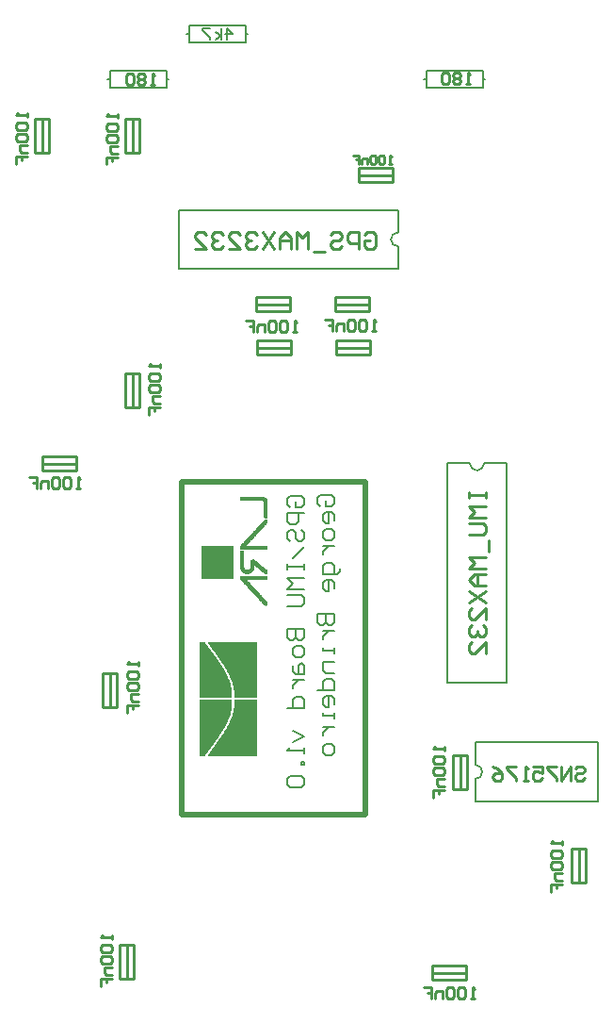
<source format=gbo>
%FSAX24Y24*%
%MOIN*%
G70*
G01*
G75*
G04 Layer_Color=32896*
%ADD10C,0.0120*%
%ADD11C,0.0100*%
%ADD12C,0.0150*%
%ADD13C,0.0591*%
%ADD14R,0.0591X0.0591*%
%ADD15C,0.0551*%
%ADD16C,0.0492*%
%ADD17R,0.0492X0.0492*%
%ADD18R,0.0591X0.0591*%
%ADD19C,0.0591*%
%ADD20R,0.0492X0.0492*%
%ADD21C,0.0669*%
%ADD22R,0.0669X0.0669*%
%ADD23R,0.0591X0.0591*%
%ADD24C,0.2500*%
%ADD25R,0.0591X0.0591*%
%ADD26C,0.1378*%
%ADD27C,0.1575*%
%ADD28R,0.0630X0.0630*%
%ADD29C,0.0630*%
%ADD30C,0.0500*%
%ADD31C,0.0079*%
%ADD32C,0.0400*%
%ADD33C,0.0098*%
%ADD34C,0.0197*%
%ADD35C,0.0080*%
%ADD36C,0.0050*%
%ADD37C,0.0059*%
%ADD38C,0.0010*%
D11*
X053150Y083000D02*
X053400D01*
X053150D02*
Y084200D01*
X053650D01*
Y083000D02*
Y084200D01*
X053400Y083000D02*
X053650D01*
X053400Y083300D02*
Y084200D01*
Y083000D02*
Y083900D01*
X050200Y072000D02*
Y072250D01*
X051400D01*
Y071750D02*
Y072250D01*
X050200Y071750D02*
X051400D01*
X050200D02*
Y072000D01*
X050500D02*
X051400D01*
X050200D02*
X051100D01*
X060877Y077624D02*
X061777D01*
X060577D02*
X061477D01*
X061777D02*
Y077874D01*
X060577D02*
X061777D01*
X060577Y077374D02*
Y077874D01*
Y077374D02*
X061777D01*
Y077624D01*
X058077D02*
X058977D01*
X057777D02*
X058677D01*
X058977D02*
Y077874D01*
X057777D02*
X058977D01*
X057777Y077374D02*
Y077874D01*
Y077374D02*
X058977D01*
Y077624D01*
X060900Y076100D02*
X061800D01*
X060600D02*
X061500D01*
X061800D02*
Y076350D01*
X060600D02*
X061800D01*
X060600Y075850D02*
Y076350D01*
Y075850D02*
X061800D01*
Y076100D01*
X057800D02*
X058700D01*
X058100D02*
X059000D01*
X057800Y075850D02*
Y076100D01*
Y075850D02*
X059000D01*
Y076350D01*
X057800D02*
X059000D01*
X057800Y076100D02*
Y076350D01*
X064300Y054000D02*
X065200D01*
X064000D02*
X064900D01*
X065200D02*
Y054250D01*
X064000D02*
X065200D01*
X064000Y053750D02*
Y054250D01*
Y053750D02*
X065200D01*
Y054000D01*
X061700Y082200D02*
X062600D01*
X061400D02*
X062300D01*
X062600D02*
Y082450D01*
X061400D02*
X062600D01*
X061400Y081950D02*
Y082450D01*
Y081950D02*
X062600D01*
Y082200D01*
X064750Y060500D02*
X065000D01*
X064750D02*
Y061700D01*
X065250D01*
Y060500D02*
Y061700D01*
X065000Y060500D02*
X065250D01*
X065000Y060800D02*
Y061700D01*
Y060500D02*
Y061400D01*
X050200Y083000D02*
Y083900D01*
Y083300D02*
Y084200D01*
Y083000D02*
X050450D01*
Y084200D01*
X049950D02*
X050450D01*
X049950Y083000D02*
Y084200D01*
Y083000D02*
X050200D01*
X069200Y057200D02*
Y058100D01*
Y057500D02*
Y058400D01*
Y057200D02*
X069450D01*
Y058400D01*
X068950D02*
X069450D01*
X068950Y057200D02*
Y058400D01*
Y057200D02*
X069200D01*
X052600Y064600D02*
X052850D01*
Y063400D02*
Y064600D01*
X052350Y063400D02*
X052850D01*
X052350D02*
Y064600D01*
X052600D01*
Y063400D02*
Y064300D01*
Y063700D02*
Y064600D01*
X053400Y074000D02*
Y074900D01*
Y074300D02*
Y075200D01*
Y074000D02*
X053650D01*
Y075200D01*
X053150D02*
X053650D01*
X053150Y074000D02*
Y075200D01*
Y074000D02*
X053400D01*
X053200Y054100D02*
Y055000D01*
Y053800D02*
Y054700D01*
X052950Y055000D02*
X053200D01*
X052950Y053800D02*
Y055000D01*
Y053800D02*
X053450D01*
Y055000D01*
X053200D02*
X053450D01*
X053610Y064990D02*
Y064857D01*
Y064923D01*
X053210D01*
X053277Y064990D01*
Y064657D02*
X053210Y064590D01*
Y064457D01*
X053277Y064390D01*
X053543D01*
X053610Y064457D01*
Y064590D01*
X053543Y064657D01*
X053277D01*
Y064257D02*
X053210Y064190D01*
Y064057D01*
X053277Y063990D01*
X053543D01*
X053610Y064057D01*
Y064190D01*
X053543Y064257D01*
X053277D01*
X053610Y063857D02*
X053343D01*
Y063657D01*
X053410Y063590D01*
X053610D01*
X053210Y063191D02*
Y063457D01*
X053410D01*
Y063324D01*
Y063457D01*
X053610D01*
X054380Y075530D02*
Y075397D01*
Y075463D01*
X053980D01*
X054047Y075530D01*
Y075197D02*
X053980Y075130D01*
Y074997D01*
X054047Y074930D01*
X054313D01*
X054380Y074997D01*
Y075130D01*
X054313Y075197D01*
X054047D01*
Y074797D02*
X053980Y074730D01*
Y074597D01*
X054047Y074530D01*
X054313D01*
X054380Y074597D01*
Y074730D01*
X054313Y074797D01*
X054047D01*
X054380Y074397D02*
X054113D01*
Y074197D01*
X054180Y074130D01*
X054380D01*
X053980Y073731D02*
Y073997D01*
X054180D01*
Y073864D01*
Y073997D01*
X054380D01*
X052890Y084370D02*
Y084237D01*
Y084303D01*
X052490D01*
X052557Y084370D01*
Y084037D02*
X052490Y083970D01*
Y083837D01*
X052557Y083770D01*
X052823D01*
X052890Y083837D01*
Y083970D01*
X052823Y084037D01*
X052557D01*
Y083637D02*
X052490Y083570D01*
Y083437D01*
X052557Y083370D01*
X052823D01*
X052890Y083437D01*
Y083570D01*
X052823Y083637D01*
X052557D01*
X052890Y083237D02*
X052623D01*
Y083037D01*
X052690Y082970D01*
X052890D01*
X052490Y082571D02*
Y082837D01*
X052690D01*
Y082704D01*
Y082837D01*
X052890D01*
X051560Y071110D02*
X051427D01*
X051493D01*
Y071510D01*
X051560Y071443D01*
X051227D02*
X051160Y071510D01*
X051027D01*
X050960Y071443D01*
Y071177D01*
X051027Y071110D01*
X051160D01*
X051227Y071177D01*
Y071443D01*
X050827D02*
X050760Y071510D01*
X050627D01*
X050560Y071443D01*
Y071177D01*
X050627Y071110D01*
X050760D01*
X050827Y071177D01*
Y071443D01*
X050427Y071110D02*
Y071377D01*
X050227D01*
X050160Y071310D01*
Y071110D01*
X049761Y071510D02*
X050027D01*
Y071310D01*
X049894D01*
X050027D01*
Y071110D01*
X049680Y084390D02*
Y084257D01*
Y084323D01*
X049280D01*
X049347Y084390D01*
Y084057D02*
X049280Y083990D01*
Y083857D01*
X049347Y083790D01*
X049613D01*
X049680Y083857D01*
Y083990D01*
X049613Y084057D01*
X049347D01*
Y083657D02*
X049280Y083590D01*
Y083457D01*
X049347Y083390D01*
X049613D01*
X049680Y083457D01*
Y083590D01*
X049613Y083657D01*
X049347D01*
X049680Y083257D02*
X049413D01*
Y083057D01*
X049480Y082990D01*
X049680D01*
X049280Y082591D02*
Y082857D01*
X049480D01*
Y082724D01*
Y082857D01*
X049680D01*
X062020Y076690D02*
X061887D01*
X061953D01*
Y077090D01*
X062020Y077023D01*
X061687D02*
X061620Y077090D01*
X061487D01*
X061420Y077023D01*
Y076757D01*
X061487Y076690D01*
X061620D01*
X061687Y076757D01*
Y077023D01*
X061287D02*
X061220Y077090D01*
X061087D01*
X061020Y077023D01*
Y076757D01*
X061087Y076690D01*
X061220D01*
X061287Y076757D01*
Y077023D01*
X060887Y076690D02*
Y076957D01*
X060687D01*
X060620Y076890D01*
Y076690D01*
X060221Y077090D02*
X060487D01*
Y076890D01*
X060354D01*
X060487D01*
Y076690D01*
X059200Y076670D02*
X059067D01*
X059133D01*
Y077070D01*
X059200Y077003D01*
X058867D02*
X058800Y077070D01*
X058667D01*
X058600Y077003D01*
Y076737D01*
X058667Y076670D01*
X058800D01*
X058867Y076737D01*
Y077003D01*
X058467D02*
X058400Y077070D01*
X058267D01*
X058200Y077003D01*
Y076737D01*
X058267Y076670D01*
X058400D01*
X058467Y076737D01*
Y077003D01*
X058067Y076670D02*
Y076937D01*
X057867D01*
X057800Y076870D01*
Y076670D01*
X057401Y077070D02*
X057667D01*
Y076870D01*
X057534D01*
X057667D01*
Y076670D01*
X062570Y082590D02*
X062470D01*
X062520D01*
Y082890D01*
X062570Y082840D01*
X062320D02*
X062270Y082890D01*
X062170D01*
X062120Y082840D01*
Y082640D01*
X062170Y082590D01*
X062270D01*
X062320Y082640D01*
Y082840D01*
X062020D02*
X061970Y082890D01*
X061870D01*
X061820Y082840D01*
Y082640D01*
X061870Y082590D01*
X061970D01*
X062020Y082640D01*
Y082840D01*
X061720Y082590D02*
Y082790D01*
X061570D01*
X061520Y082740D01*
Y082590D01*
X061220Y082890D02*
X061420D01*
Y082740D01*
X061320D01*
X061420D01*
Y082590D01*
X061600Y080100D02*
X061700Y080200D01*
X061900D01*
X062000Y080100D01*
Y079700D01*
X061900Y079600D01*
X061700D01*
X061600Y079700D01*
Y079900D01*
X061800D01*
X061400Y079600D02*
Y080200D01*
X061100D01*
X061000Y080100D01*
Y079900D01*
X061100Y079800D01*
X061400D01*
X060401Y080100D02*
X060500Y080200D01*
X060700D01*
X060800Y080100D01*
Y080000D01*
X060700Y079900D01*
X060500D01*
X060401Y079800D01*
Y079700D01*
X060500Y079600D01*
X060700D01*
X060800Y079700D01*
X060201Y079500D02*
X059801D01*
X059601Y079600D02*
Y080200D01*
X059401Y080000D01*
X059201Y080200D01*
Y079600D01*
X059001D02*
Y080000D01*
X058801Y080200D01*
X058601Y080000D01*
Y079600D01*
Y079900D01*
X059001D01*
X058401Y080200D02*
X058001Y079600D01*
Y080200D02*
X058401Y079600D01*
X057801Y080100D02*
X057701Y080200D01*
X057501D01*
X057401Y080100D01*
Y080000D01*
X057501Y079900D01*
X057601D01*
X057501D01*
X057401Y079800D01*
Y079700D01*
X057501Y079600D01*
X057701D01*
X057801Y079700D01*
X056802Y079600D02*
X057202D01*
X056802Y080000D01*
Y080100D01*
X056902Y080200D01*
X057102D01*
X057202Y080100D01*
X056602D02*
X056502Y080200D01*
X056302D01*
X056202Y080100D01*
Y080000D01*
X056302Y079900D01*
X056402D01*
X056302D01*
X056202Y079800D01*
Y079700D01*
X056302Y079600D01*
X056502D01*
X056602Y079700D01*
X055602Y079600D02*
X056002D01*
X055602Y080000D01*
Y080100D01*
X055702Y080200D01*
X055902D01*
X056002Y080100D01*
X065300Y071000D02*
Y070800D01*
Y070900D01*
X065900D01*
Y071000D01*
Y070800D01*
Y070500D02*
X065300D01*
X065500Y070300D01*
X065300Y070100D01*
X065900D01*
X065300Y069900D02*
X065800D01*
X065900Y069800D01*
Y069600D01*
X065800Y069500D01*
X065300D01*
X066000Y069301D02*
Y068901D01*
X065900Y068701D02*
X065300D01*
X065500Y068501D01*
X065300Y068301D01*
X065900D01*
Y068101D02*
X065500D01*
X065300Y067901D01*
X065500Y067701D01*
X065900D01*
X065600D01*
Y068101D01*
X065300Y067501D02*
X065900Y067101D01*
X065300D02*
X065900Y067501D01*
Y066501D02*
Y066901D01*
X065500Y066501D01*
X065400D01*
X065300Y066601D01*
Y066801D01*
X065400Y066901D01*
Y066302D02*
X065300Y066202D01*
Y066002D01*
X065400Y065902D01*
X065500D01*
X065600Y066002D01*
Y066102D01*
Y066002D01*
X065700Y065902D01*
X065800D01*
X065900Y066002D01*
Y066202D01*
X065800Y066302D01*
X065900Y065302D02*
Y065702D01*
X065500Y065302D01*
X065400D01*
X065300Y065402D01*
Y065602D01*
X065400Y065702D01*
X069067Y061217D02*
X069150Y061300D01*
X069317D01*
X069400Y061217D01*
Y061133D01*
X069317Y061050D01*
X069150D01*
X069067Y060967D01*
Y060883D01*
X069150Y060800D01*
X069317D01*
X069400Y060883D01*
X068900Y060800D02*
Y061300D01*
X068567Y060800D01*
Y061300D01*
X068400D02*
X068067D01*
Y061217D01*
X068400Y060883D01*
Y060800D01*
X067567Y061300D02*
X067900D01*
Y061050D01*
X067734Y061133D01*
X067651D01*
X067567Y061050D01*
Y060883D01*
X067651Y060800D01*
X067817D01*
X067900Y060883D01*
X067401Y060800D02*
X067234D01*
X067317D01*
Y061300D01*
X067401Y061217D01*
X066984Y061300D02*
X066651D01*
Y061217D01*
X066984Y060883D01*
Y060800D01*
X066151Y061300D02*
X066318Y061217D01*
X066484Y061050D01*
Y060883D01*
X066401Y060800D01*
X066234D01*
X066151Y060883D01*
Y060967D01*
X066234Y061050D01*
X066484D01*
X065340Y085410D02*
X065207D01*
X065273D01*
Y085810D01*
X065340Y085743D01*
X065007D02*
X064940Y085810D01*
X064807D01*
X064740Y085743D01*
Y085677D01*
X064807Y085610D01*
X064740Y085543D01*
Y085477D01*
X064807Y085410D01*
X064940D01*
X065007Y085477D01*
Y085543D01*
X064940Y085610D01*
X065007Y085677D01*
Y085743D01*
X064940Y085610D02*
X064807D01*
X064607Y085743D02*
X064540Y085810D01*
X064407D01*
X064340Y085743D01*
Y085477D01*
X064407Y085410D01*
X064540D01*
X064607Y085477D01*
Y085743D01*
X054190Y085390D02*
X054057D01*
X054123D01*
Y085790D01*
X054190Y085723D01*
X053857D02*
X053790Y085790D01*
X053657D01*
X053590Y085723D01*
Y085657D01*
X053657Y085590D01*
X053590Y085523D01*
Y085457D01*
X053657Y085390D01*
X053790D01*
X053857Y085457D01*
Y085523D01*
X053790Y085590D01*
X053857Y085657D01*
Y085723D01*
X053790Y085590D02*
X053657D01*
X053457Y085723D02*
X053390Y085790D01*
X053257D01*
X053190Y085723D01*
Y085457D01*
X053257Y085390D01*
X053390D01*
X053457Y085457D01*
Y085723D01*
X064430Y061990D02*
Y061857D01*
Y061923D01*
X064030D01*
X064097Y061990D01*
Y061657D02*
X064030Y061590D01*
Y061457D01*
X064097Y061390D01*
X064363D01*
X064430Y061457D01*
Y061590D01*
X064363Y061657D01*
X064097D01*
Y061257D02*
X064030Y061190D01*
Y061057D01*
X064097Y060990D01*
X064363D01*
X064430Y061057D01*
Y061190D01*
X064363Y061257D01*
X064097D01*
X064430Y060857D02*
X064163D01*
Y060657D01*
X064230Y060590D01*
X064430D01*
X064030Y060191D02*
Y060457D01*
X064230D01*
Y060324D01*
Y060457D01*
X064430D01*
X065500Y053100D02*
X065367D01*
X065433D01*
Y053500D01*
X065500Y053433D01*
X065167D02*
X065100Y053500D01*
X064967D01*
X064900Y053433D01*
Y053167D01*
X064967Y053100D01*
X065100D01*
X065167Y053167D01*
Y053433D01*
X064767D02*
X064700Y053500D01*
X064567D01*
X064500Y053433D01*
Y053167D01*
X064567Y053100D01*
X064700D01*
X064767Y053167D01*
Y053433D01*
X064367Y053100D02*
Y053367D01*
X064167D01*
X064100Y053300D01*
Y053100D01*
X063701Y053500D02*
X063967D01*
Y053300D01*
X063834D01*
X063967D01*
Y053100D01*
X052670Y055320D02*
Y055187D01*
Y055253D01*
X052270D01*
X052337Y055320D01*
Y054987D02*
X052270Y054920D01*
Y054787D01*
X052337Y054720D01*
X052603D01*
X052670Y054787D01*
Y054920D01*
X052603Y054987D01*
X052337D01*
Y054587D02*
X052270Y054520D01*
Y054387D01*
X052337Y054320D01*
X052603D01*
X052670Y054387D01*
Y054520D01*
X052603Y054587D01*
X052337D01*
X052670Y054187D02*
X052403D01*
Y053987D01*
X052470Y053920D01*
X052670D01*
X052270Y053521D02*
Y053787D01*
X052470D01*
Y053654D01*
Y053787D01*
X052670D01*
X068610Y058660D02*
Y058527D01*
Y058593D01*
X068210D01*
X068277Y058660D01*
Y058327D02*
X068210Y058260D01*
Y058127D01*
X068277Y058060D01*
X068543D01*
X068610Y058127D01*
Y058260D01*
X068543Y058327D01*
X068277D01*
Y057927D02*
X068210Y057860D01*
Y057727D01*
X068277Y057660D01*
X068543D01*
X068610Y057727D01*
Y057860D01*
X068543Y057927D01*
X068277D01*
X068610Y057527D02*
X068343D01*
Y057327D01*
X068410Y057260D01*
X068610D01*
X068210Y056861D02*
Y057127D01*
X068410D01*
Y056994D01*
Y057127D01*
X068610D01*
D31*
X065347Y072009D02*
G03*
X065847Y072009I000250J000000D01*
G01*
X062805Y080174D02*
G03*
X062805Y079674I000000J-000250D01*
G01*
X065535Y060850D02*
G03*
X065535Y061350I000000J000250D01*
G01*
X065847Y072009D02*
X066640D01*
X064554D02*
X065347D01*
X064554Y064254D02*
X066640D01*
Y072009D01*
X064554Y064254D02*
Y072009D01*
X062805Y078881D02*
Y079674D01*
Y080174D02*
Y080968D01*
X055049Y078881D02*
Y080968D01*
Y078881D02*
X062805D01*
X055049Y080968D02*
X062805D01*
X065535Y061350D02*
Y062143D01*
Y060057D02*
Y060850D01*
X069865Y060057D02*
Y062143D01*
X065535D02*
X069865D01*
X065535Y060057D02*
X069865D01*
X065800Y085600D02*
X065890D01*
X063710D02*
X063800D01*
X065800D02*
Y085900D01*
X063800D02*
X065800D01*
X063800Y085300D02*
Y085900D01*
Y085300D02*
X065800D01*
Y085600D01*
X054600D02*
X054690D01*
X052510D02*
X052600D01*
X054600D02*
Y085900D01*
X052600D02*
X054600D01*
X052600Y085300D02*
Y085900D01*
Y085300D02*
X054600D01*
Y085600D01*
X055310Y087200D02*
X055400D01*
X057400D02*
X057490D01*
X055400Y086900D02*
Y087200D01*
Y086900D02*
X057400D01*
Y087500D01*
X055400D02*
X057400D01*
X055400Y087200D02*
Y087500D01*
D34*
X055150Y071360D02*
X061650D01*
Y059600D02*
Y071360D01*
X055150Y059600D02*
X061650D01*
X055150D02*
Y071360D01*
D35*
X056750Y087000D02*
Y087400D01*
X056950Y087200D01*
X056683D01*
X056550Y087000D02*
Y087400D01*
Y087133D02*
X056350Y087267D01*
X056550Y087133D02*
X056350Y087000D01*
X056150Y087400D02*
X055884D01*
Y087333D01*
X056150Y087067D01*
Y087000D01*
D36*
X058980Y070440D02*
X058880Y070540D01*
Y070740D01*
X058980Y070840D01*
X059380D01*
X059480Y070740D01*
Y070540D01*
X059380Y070440D01*
X059180D01*
Y070640D01*
X059480Y070240D02*
X058880D01*
Y069940D01*
X058980Y069840D01*
X059180D01*
X059280Y069940D01*
Y070240D01*
X058980Y069241D02*
X058880Y069340D01*
Y069540D01*
X058980Y069640D01*
X059080D01*
X059180Y069540D01*
Y069340D01*
X059280Y069241D01*
X059380D01*
X059480Y069340D01*
Y069540D01*
X059380Y069640D01*
X059480Y069041D02*
X059080Y068641D01*
X058880Y068441D02*
Y068241D01*
Y068341D01*
X059480D01*
Y068441D01*
Y068241D01*
Y067941D02*
X058880D01*
X059080Y067741D01*
X058880Y067541D01*
X059480D01*
X058880Y067341D02*
X059380D01*
X059480Y067241D01*
Y067041D01*
X059380Y066941D01*
X058880D01*
Y066142D02*
X059480D01*
Y065842D01*
X059380Y065742D01*
X059280D01*
X059180Y065842D01*
Y066142D01*
Y065842D01*
X059080Y065742D01*
X058980D01*
X058880Y065842D01*
Y066142D01*
X059480Y065442D02*
Y065242D01*
X059380Y065142D01*
X059180D01*
X059080Y065242D01*
Y065442D01*
X059180Y065542D01*
X059380D01*
X059480Y065442D01*
X059080Y064842D02*
Y064642D01*
X059180Y064542D01*
X059480D01*
Y064842D01*
X059380Y064942D01*
X059280Y064842D01*
Y064542D01*
X059080Y064342D02*
X059480D01*
X059280D01*
X059180Y064242D01*
X059080Y064142D01*
Y064042D01*
X058880Y063342D02*
X059480D01*
Y063642D01*
X059380Y063742D01*
X059180D01*
X059080Y063642D01*
Y063342D01*
Y062543D02*
X059480Y062343D01*
X059080Y062143D01*
X059480Y061943D02*
Y061743D01*
Y061843D01*
X058880D01*
X058980Y061943D01*
X059480Y061443D02*
X059380D01*
Y061343D01*
X059480D01*
Y061443D01*
X058980Y060943D02*
X058880Y060843D01*
Y060643D01*
X058980Y060543D01*
X059380D01*
X059480Y060643D01*
Y060843D01*
X059380Y060943D01*
X058980D01*
X060040Y070480D02*
X059940Y070580D01*
Y070780D01*
X060040Y070880D01*
X060440D01*
X060540Y070780D01*
Y070580D01*
X060440Y070480D01*
X060240D01*
Y070680D01*
X060540Y069980D02*
Y070180D01*
X060440Y070280D01*
X060240D01*
X060140Y070180D01*
Y069980D01*
X060240Y069880D01*
X060340D01*
Y070280D01*
X060540Y069580D02*
Y069380D01*
X060440Y069281D01*
X060240D01*
X060140Y069380D01*
Y069580D01*
X060240Y069680D01*
X060440D01*
X060540Y069580D01*
X060140Y069081D02*
X060540D01*
X060340D01*
X060240Y068981D01*
X060140Y068881D01*
Y068781D01*
X060740Y068281D02*
Y068181D01*
X060640Y068081D01*
X060140D01*
Y068381D01*
X060240Y068481D01*
X060440D01*
X060540Y068381D01*
Y068081D01*
Y067581D02*
Y067781D01*
X060440Y067881D01*
X060240D01*
X060140Y067781D01*
Y067581D01*
X060240Y067481D01*
X060340D01*
Y067881D01*
X059940Y066681D02*
X060540D01*
Y066381D01*
X060440Y066281D01*
X060340D01*
X060240Y066381D01*
Y066681D01*
Y066381D01*
X060140Y066281D01*
X060040D01*
X059940Y066381D01*
Y066681D01*
X060140Y066082D02*
X060540D01*
X060340D01*
X060240Y065982D01*
X060140Y065882D01*
Y065782D01*
X060540Y065482D02*
Y065282D01*
Y065382D01*
X060140D01*
Y065482D01*
X060540Y064982D02*
X060140D01*
Y064682D01*
X060240Y064582D01*
X060540D01*
X059940Y063982D02*
X060540D01*
Y064282D01*
X060440Y064382D01*
X060240D01*
X060140Y064282D01*
Y063982D01*
X060540Y063482D02*
Y063682D01*
X060440Y063782D01*
X060240D01*
X060140Y063682D01*
Y063482D01*
X060240Y063382D01*
X060340D01*
Y063782D01*
X060540Y063182D02*
Y062983D01*
Y063083D01*
X060140D01*
Y063182D01*
Y062683D02*
X060540D01*
X060340D01*
X060240Y062583D01*
X060140Y062483D01*
Y062383D01*
X060540Y061983D02*
Y061783D01*
X060440Y061683D01*
X060240D01*
X060140Y061783D01*
Y061983D01*
X060240Y062083D01*
X060440D01*
X060540Y061983D01*
D38*
X057790Y067310D02*
Y067490D01*
X057780Y067320D02*
Y067490D01*
X057770Y067340D02*
Y067510D01*
X057760Y067350D02*
Y067520D01*
X057880Y067220D02*
Y067390D01*
X057870Y067230D02*
Y067410D01*
X057860Y067250D02*
Y067420D01*
X057850Y067260D02*
Y067430D01*
X057840Y067270D02*
Y067440D01*
X057830Y067270D02*
Y067450D01*
X057820Y067280D02*
Y067460D01*
X057810Y067290D02*
Y067470D01*
X058160Y067040D02*
Y067080D01*
X058150Y067020D02*
Y067100D01*
X058140Y067020D02*
Y067110D01*
X058070Y067020D02*
Y067190D01*
X058060Y067030D02*
Y067200D01*
X058050Y067040D02*
Y067210D01*
X058040Y067050D02*
Y067220D01*
X058030Y067060D02*
Y067230D01*
X058020Y067060D02*
Y067240D01*
X058010Y067070D02*
Y067250D01*
X058000Y067080D02*
Y067260D01*
X057990Y067100D02*
Y067270D01*
X057980Y067120D02*
Y067290D01*
X057970Y067130D02*
Y067300D01*
X057960Y067140D02*
Y067310D01*
X057950Y067150D02*
Y067320D01*
X057930Y067170D02*
Y067340D01*
X057920Y067170D02*
Y067350D01*
X057910Y067180D02*
Y067360D01*
X057900Y067190D02*
Y067370D01*
X057890Y067200D02*
Y067380D01*
X057940Y067160D02*
Y067330D01*
X057800Y067300D02*
Y067480D01*
X057740Y067370D02*
Y067550D01*
X057750Y067360D02*
Y067540D01*
X057790Y068360D02*
Y068520D01*
X057780Y068370D02*
Y068520D01*
X058160Y068150D02*
Y068210D01*
X058150Y068140D02*
Y068220D01*
X058140Y068130D02*
Y068240D01*
X058130Y068130D02*
Y068240D01*
X058120Y068130D02*
Y068240D01*
X058110Y068130D02*
Y068250D01*
X058100Y068130D02*
Y068260D01*
X058090Y068130D02*
Y068270D01*
X058080Y068130D02*
Y068280D01*
X058070Y068130D02*
Y068290D01*
X058060Y068140D02*
Y068300D01*
X058050Y068150D02*
Y068310D01*
X058040Y068160D02*
Y068320D01*
X058030Y068170D02*
Y068320D01*
X058020Y068180D02*
Y068330D01*
X058010Y068190D02*
Y068340D01*
X058000Y068190D02*
Y068350D01*
X057990Y068200D02*
Y068350D01*
X057980Y068220D02*
Y068360D01*
X057970Y068230D02*
Y068370D01*
X057960Y068230D02*
Y068380D01*
X057950Y068240D02*
Y068390D01*
X057930Y068250D02*
Y068400D01*
X057920Y068260D02*
Y068410D01*
X057910Y068260D02*
Y068420D01*
X057900Y068270D02*
Y068430D01*
X057890Y068280D02*
Y068440D01*
X057880Y068300D02*
Y068450D01*
X057870Y068300D02*
Y068450D01*
X057860Y068310D02*
Y068460D01*
X057850Y068320D02*
Y068470D01*
X057840Y068330D02*
Y068470D01*
X057830Y068340D02*
Y068480D01*
X057820Y068350D02*
Y068490D01*
X057940Y068240D02*
Y068390D01*
X057810Y068350D02*
Y068500D01*
X057790Y067920D02*
Y068030D01*
X057780Y067920D02*
Y068030D01*
X057770Y067920D02*
Y068030D01*
X057760Y067920D02*
Y068030D01*
X058160Y067950D02*
Y068010D01*
X058150Y067930D02*
Y068020D01*
X058140Y067930D02*
Y068020D01*
X058130Y067920D02*
Y068030D01*
X058120Y067920D02*
Y068030D01*
X058110Y067920D02*
Y068030D01*
X058100Y067920D02*
Y068030D01*
X058090Y067920D02*
Y068030D01*
X058080Y067920D02*
Y068030D01*
X058070Y067920D02*
Y068030D01*
X058060Y067920D02*
Y068030D01*
X058050Y067920D02*
Y068030D01*
X058040Y067920D02*
Y068030D01*
X058030Y067920D02*
Y068030D01*
X058020Y067920D02*
Y068030D01*
X058010Y067920D02*
Y068030D01*
X058000Y067920D02*
Y068030D01*
X057990Y067920D02*
Y068030D01*
X057980Y067920D02*
Y068030D01*
X057970Y067920D02*
Y068030D01*
X057960Y067920D02*
Y068030D01*
X057950Y067920D02*
Y068030D01*
X057930Y067920D02*
Y068030D01*
X057920Y067920D02*
Y068030D01*
X057910Y067920D02*
Y068030D01*
X057900Y067920D02*
Y068030D01*
X057890Y067920D02*
Y068030D01*
X057880Y067920D02*
Y068030D01*
X057870Y067920D02*
Y068030D01*
X057860Y067920D02*
Y068030D01*
X057850Y067920D02*
Y068030D01*
X057840Y067920D02*
Y068030D01*
X057830Y067920D02*
Y068030D01*
X057820Y067920D02*
Y068030D01*
X057810Y067920D02*
Y068030D01*
X057940Y067920D02*
Y068030D01*
X057800Y068350D02*
Y068510D01*
Y067920D02*
Y068030D01*
X057740Y067920D02*
Y068030D01*
X057770Y068380D02*
Y068540D01*
X057760Y068390D02*
Y068550D01*
X057740Y068410D02*
Y068560D01*
X057750Y067920D02*
Y068030D01*
Y068400D02*
Y068560D01*
X057790Y068990D02*
Y069100D01*
X057780Y068990D02*
Y069100D01*
X057770Y068990D02*
Y069100D01*
X057760Y068990D02*
Y069100D01*
X058160Y069020D02*
Y069080D01*
X058150Y069000D02*
Y069090D01*
X058140Y068990D02*
Y069100D01*
X058130Y068990D02*
Y069100D01*
X058120Y068990D02*
Y069100D01*
X058110Y068990D02*
Y069100D01*
X058100Y068990D02*
Y069100D01*
X058090Y068990D02*
Y069100D01*
X058080Y068990D02*
Y069100D01*
X058070Y068990D02*
Y069100D01*
X058060Y068990D02*
Y069100D01*
X058050Y068990D02*
Y069100D01*
X058040Y068990D02*
Y069100D01*
X058030Y068990D02*
Y069100D01*
X058020Y068990D02*
Y069100D01*
X058010Y068990D02*
Y069100D01*
X058000Y068990D02*
Y069100D01*
X057990Y068990D02*
Y069100D01*
X057980Y068990D02*
Y069100D01*
X057970Y068990D02*
Y069100D01*
X057960Y068990D02*
Y069100D01*
X057950Y068990D02*
Y069100D01*
X057930Y068990D02*
Y069100D01*
X057920Y068990D02*
Y069100D01*
X057910Y068990D02*
Y069100D01*
X057900Y068990D02*
Y069100D01*
X057890Y068990D02*
Y069100D01*
X057880Y068990D02*
Y069100D01*
X057870Y068990D02*
Y069100D01*
X057860Y068990D02*
Y069100D01*
X057850Y068990D02*
Y069100D01*
X057840Y068990D02*
Y069100D01*
X057830Y068990D02*
Y069100D01*
X057820Y068990D02*
Y069100D01*
X057810Y068990D02*
Y069100D01*
X057940Y068990D02*
Y069100D01*
X057800Y068990D02*
Y069100D01*
X057740Y068990D02*
Y069100D01*
X057750Y068990D02*
Y069100D01*
X058160Y069950D02*
Y069990D01*
X058150Y069930D02*
Y070000D01*
X058140Y069920D02*
Y070010D01*
X058130Y069910D02*
Y070020D01*
X058120Y069900D02*
Y070020D01*
X058110Y069880D02*
Y070020D01*
X058100Y069870D02*
Y070020D01*
X058090Y069850D02*
Y070020D01*
X058080Y069850D02*
Y070020D01*
X058070Y069840D02*
Y070010D01*
X058060Y069830D02*
Y070000D01*
X058050Y069820D02*
Y069990D01*
X058040Y069810D02*
Y069980D01*
X058030Y069800D02*
Y069970D01*
X058020Y069790D02*
Y069960D01*
X058010Y069780D02*
Y069950D01*
X058000Y069760D02*
Y069940D01*
X057990Y069750D02*
Y069930D01*
X057980Y069740D02*
Y069910D01*
X057970Y069730D02*
Y069900D01*
X057960Y069720D02*
Y069890D01*
X057950Y069710D02*
Y069880D01*
X057930Y069690D02*
Y069860D01*
X057920Y069680D02*
Y069850D01*
X057910Y069670D02*
Y069850D01*
X057900Y069660D02*
Y069840D01*
X057890Y069640D02*
Y069820D01*
X057880Y069630D02*
Y069800D01*
X057870Y069620D02*
Y069790D01*
X057940Y069700D02*
Y069870D01*
X057790Y069540D02*
Y069720D01*
X057780Y069530D02*
Y069710D01*
X057770Y069510D02*
Y069680D01*
X057760Y069500D02*
Y069670D01*
X057860Y069610D02*
Y069780D01*
X057850Y069600D02*
Y069770D01*
X057840Y069590D02*
Y069760D01*
X057830Y069580D02*
Y069750D01*
X057820Y069570D02*
Y069740D01*
X057810Y069560D02*
Y069740D01*
X057800Y069550D02*
Y069730D01*
X057740Y069480D02*
Y069650D01*
X057750Y069490D02*
Y069660D01*
X057790Y070710D02*
Y070820D01*
X057780Y070710D02*
Y070820D01*
X057770Y070710D02*
Y070820D01*
X057760Y070710D02*
Y070820D01*
X058040Y070680D02*
Y070810D01*
X058030Y070690D02*
Y070810D01*
X058020Y070700D02*
Y070810D01*
X058010Y070700D02*
Y070810D01*
X058000Y070710D02*
Y070810D01*
X057990Y070710D02*
Y070810D01*
X057980Y070710D02*
Y070820D01*
X057970Y070710D02*
Y070820D01*
X057960Y070710D02*
Y070820D01*
X057950Y070710D02*
Y070820D01*
X057930Y070710D02*
Y070820D01*
X057920Y070710D02*
Y070820D01*
X057910Y070710D02*
Y070820D01*
X057900Y070710D02*
Y070820D01*
X057890Y070710D02*
Y070820D01*
X057880Y070710D02*
Y070820D01*
X057870Y070710D02*
Y070820D01*
X057860Y070710D02*
Y070820D01*
X057850Y070710D02*
Y070820D01*
X057840Y070710D02*
Y070820D01*
X057830Y070710D02*
Y070820D01*
X057820Y070710D02*
Y070820D01*
X057810Y070710D02*
Y070820D01*
X057940Y070710D02*
Y070820D01*
X057800Y070710D02*
Y070820D01*
X057740Y070710D02*
Y070820D01*
X057750Y070710D02*
Y070820D01*
X057720Y067390D02*
Y067570D01*
X057710Y067400D02*
Y067580D01*
X057700Y067410D02*
Y067590D01*
X057690Y067420D02*
Y067600D01*
X057680Y067430D02*
Y067600D01*
X057670Y067450D02*
Y067620D01*
X057660Y067460D02*
Y067630D01*
X057650Y067470D02*
Y067640D01*
X057640Y067480D02*
Y067660D01*
X057630Y067490D02*
Y067670D01*
X057620Y067490D02*
Y067680D01*
X057610Y067500D02*
Y067690D01*
X057600Y067510D02*
Y067700D01*
X057590Y067530D02*
Y067700D01*
X057580Y067540D02*
Y067710D01*
X057570Y067550D02*
Y067720D01*
X057560Y067570D02*
Y067740D01*
X057550Y067580D02*
Y067750D01*
X057540Y067590D02*
Y067760D01*
X057530Y067600D02*
Y067780D01*
X057520Y067600D02*
Y067790D01*
X057510Y067610D02*
Y067800D01*
X057570Y068160D02*
Y068340D01*
X057560Y068150D02*
Y068300D01*
X057550Y068150D02*
Y068290D01*
X057540Y068140D02*
Y068280D01*
X057530Y068140D02*
Y068270D01*
X057520Y068140D02*
Y068260D01*
X057510Y068130D02*
Y068260D01*
X057500Y068130D02*
Y068250D01*
X057490Y068130D02*
Y068250D01*
X057480Y068130D02*
Y068250D01*
X057470Y068130D02*
Y068240D01*
X057460Y068130D02*
Y068240D01*
X057450Y068130D02*
Y068240D01*
X057440Y068130D02*
Y068240D01*
X057430Y068130D02*
Y068240D01*
X057420Y068130D02*
Y068240D01*
X057410Y068130D02*
Y068250D01*
X057400Y068130D02*
Y068250D01*
X057390Y068130D02*
Y068250D01*
X057380Y068130D02*
Y068260D01*
X057370Y068130D02*
Y068260D01*
X057360Y068140D02*
Y068270D01*
X057350Y068150D02*
Y068290D01*
X057340Y068150D02*
Y068300D01*
X057330Y068160D02*
Y068320D01*
X057320Y068160D02*
Y068340D01*
X057200Y067950D02*
Y068000D01*
X057720Y067920D02*
Y068030D01*
X057710Y067920D02*
Y068030D01*
X057700Y067920D02*
Y068030D01*
X057690Y067920D02*
Y068030D01*
X057680Y067920D02*
Y068030D01*
X057670Y067920D02*
Y068030D01*
X057660Y067920D02*
Y068030D01*
X057650Y067920D02*
Y068030D01*
X057640Y067920D02*
Y068030D01*
X057630Y067920D02*
Y068030D01*
X057620Y067920D02*
Y068030D01*
X057610Y067920D02*
Y068030D01*
X057600Y067920D02*
Y068030D01*
X057590Y067920D02*
Y068030D01*
X057580Y067920D02*
Y068030D01*
X057570Y067920D02*
Y068030D01*
X057560Y067920D02*
Y068030D01*
X057550Y067920D02*
Y068030D01*
X057540Y067920D02*
Y068030D01*
X057530Y067920D02*
Y068030D01*
X057520Y067920D02*
Y068030D01*
X057510Y067920D02*
Y068030D01*
X057500Y067920D02*
Y068030D01*
X057490Y067920D02*
Y068030D01*
X057480Y067920D02*
Y068030D01*
X057470Y067920D02*
Y068030D01*
X057460Y067920D02*
Y068030D01*
X057450Y067920D02*
Y068030D01*
X057440Y067920D02*
Y068030D01*
X057430Y067920D02*
Y068030D01*
X057420Y067920D02*
Y068030D01*
X057410Y067920D02*
Y068030D01*
X057320Y067820D02*
Y068030D01*
X057310Y067830D02*
Y068030D01*
X057300Y067840D02*
Y068030D01*
X057290Y067850D02*
Y068030D01*
X057280Y067860D02*
Y068030D01*
X057270Y067870D02*
Y068030D01*
X057260Y067880D02*
Y068030D01*
X057250Y067900D02*
Y068030D01*
X057240Y067910D02*
Y068030D01*
X057230Y067920D02*
Y068030D01*
X057220Y067920D02*
Y068020D01*
X057210Y067930D02*
Y068020D01*
X057720Y068420D02*
Y068570D01*
X057710Y068430D02*
Y068580D01*
X057700Y068440D02*
Y068590D01*
X057690Y068360D02*
Y068590D01*
X057680Y068310D02*
Y068600D01*
X057620Y068200D02*
Y068600D01*
X057610Y068190D02*
Y068600D01*
X057600Y068190D02*
Y068590D01*
X057590Y068180D02*
Y068580D01*
X057580Y068170D02*
Y068560D01*
X057720Y068990D02*
Y069100D01*
X057710Y068990D02*
Y069100D01*
X057700Y068990D02*
Y069100D01*
X057690Y068990D02*
Y069100D01*
X057680Y068990D02*
Y069100D01*
X057670Y068990D02*
Y069100D01*
X057660Y068990D02*
Y069100D01*
X057650Y068990D02*
Y069100D01*
X057640Y068990D02*
Y069100D01*
X057630Y068990D02*
Y069100D01*
X057620Y068990D02*
Y069100D01*
X057610Y068990D02*
Y069100D01*
X057600Y068990D02*
Y069100D01*
X057590Y068990D02*
Y069100D01*
X057580Y068990D02*
Y069100D01*
X057570Y068990D02*
Y069100D01*
X057560Y068990D02*
Y069100D01*
X057550Y068990D02*
Y069100D01*
X057540Y068990D02*
Y069100D01*
X057530Y068990D02*
Y069100D01*
X057520Y068990D02*
Y069100D01*
X057510Y068990D02*
Y069100D01*
X057500Y068990D02*
Y069100D01*
X057490Y068990D02*
Y069100D01*
X057480Y068990D02*
Y069100D01*
X057470Y068990D02*
Y069100D01*
X057460Y068990D02*
Y069100D01*
X057450Y068990D02*
Y069100D01*
X057440Y068990D02*
Y069100D01*
X057430Y068990D02*
Y069100D01*
X057420Y068990D02*
Y069100D01*
X057410Y068990D02*
Y069100D01*
X057400Y068990D02*
Y069100D01*
X057390Y068990D02*
Y069290D01*
X057380Y068990D02*
Y069280D01*
X057370Y068990D02*
Y069270D01*
X057360Y068990D02*
Y069250D01*
X057350Y068990D02*
Y069230D01*
X057340Y068990D02*
Y069220D01*
X057330Y068990D02*
Y069210D01*
X057320Y068990D02*
Y069200D01*
X057310Y068990D02*
Y069200D01*
X057300Y068990D02*
Y069190D01*
X057290Y068990D02*
Y069180D01*
X057280Y068990D02*
Y069170D01*
X057270Y068990D02*
Y069160D01*
X057260Y068990D02*
Y069150D01*
X057250Y068990D02*
Y069130D01*
X057240Y068990D02*
Y069110D01*
X057230Y068990D02*
Y069100D01*
X057220Y069000D02*
Y069100D01*
X057210Y069010D02*
Y069090D01*
X057200Y069020D02*
Y069080D01*
X057430Y069140D02*
Y069320D01*
X057420Y069130D02*
Y069310D01*
X057410Y069120D02*
Y069310D01*
X057400Y069110D02*
Y069300D01*
X057490Y069210D02*
Y069390D01*
X057480Y069200D02*
Y069380D01*
X057470Y069200D02*
Y069370D01*
X057460Y069180D02*
Y069350D01*
X057450Y069170D02*
Y069340D01*
X057440Y069150D02*
Y069330D01*
X057680Y069420D02*
Y069600D01*
X057720Y069460D02*
Y069630D01*
X057710Y069450D02*
Y069630D01*
X057700Y069440D02*
Y069620D01*
X057690Y069430D02*
Y069610D01*
X057720Y070710D02*
Y070820D01*
X057710Y070710D02*
Y070820D01*
X057700Y070710D02*
Y070820D01*
X057690Y070710D02*
Y070820D01*
X057680Y070710D02*
Y070820D01*
X057670Y070710D02*
Y070820D01*
X057660Y070710D02*
Y070820D01*
X057650Y070710D02*
Y070820D01*
X057640Y070710D02*
Y070820D01*
X057630Y070710D02*
Y070820D01*
X057620Y070710D02*
Y070820D01*
X057610Y070710D02*
Y070820D01*
X057600Y070710D02*
Y070820D01*
X057590Y070710D02*
Y070820D01*
X057580Y070710D02*
Y070820D01*
X057570Y070710D02*
Y070820D01*
X057560Y070710D02*
Y070820D01*
X057550Y070710D02*
Y070820D01*
X057540Y070710D02*
Y070820D01*
X057530Y070710D02*
Y070820D01*
X057520Y070710D02*
Y070820D01*
X057510Y070710D02*
Y070820D01*
X057500Y070710D02*
Y070820D01*
X057490Y070710D02*
Y070820D01*
X057480Y070710D02*
Y070820D01*
X057470Y070710D02*
Y070820D01*
X057460Y070710D02*
Y070820D01*
X057450Y070710D02*
Y070820D01*
X057440Y070710D02*
Y070820D01*
X057430Y070710D02*
Y070820D01*
X057420Y070710D02*
Y070820D01*
X057410Y070710D02*
Y070820D01*
X057400Y070710D02*
Y070820D01*
X057390Y070710D02*
Y070820D01*
X057380Y070710D02*
Y070820D01*
X057370Y070710D02*
Y070820D01*
X057360Y070710D02*
Y070820D01*
X057350Y070710D02*
Y070820D01*
X057340Y070710D02*
Y070820D01*
X057330Y070710D02*
Y070820D01*
X057320Y070710D02*
Y070820D01*
X057310Y070710D02*
Y070820D01*
X057300Y070710D02*
Y070820D01*
X057290Y070710D02*
Y070820D01*
X057280Y070710D02*
Y070820D01*
X057270Y070710D02*
Y070820D01*
X057260Y070710D02*
Y070820D01*
X057250Y070710D02*
Y070820D01*
X057240Y070710D02*
Y070810D01*
X057230Y070710D02*
Y070810D01*
X057220Y070720D02*
Y070810D01*
X057210Y070730D02*
Y070800D01*
X057200Y070760D02*
Y070770D01*
X058130Y067010D02*
Y067120D01*
X058120Y067010D02*
Y067130D01*
X058110Y067000D02*
Y067140D01*
X058100Y067000D02*
Y067150D01*
X058090Y067010D02*
Y067170D01*
X058080Y067010D02*
Y067180D01*
X058050Y070140D02*
Y070810D01*
X058160Y070110D02*
Y070690D01*
X058060Y070110D02*
Y070810D01*
X058150Y070100D02*
Y070710D01*
X058140Y070090D02*
Y070730D01*
X058130Y070080D02*
Y070750D01*
X058120Y070080D02*
Y070760D01*
X058110Y070080D02*
Y070770D01*
X058100Y070080D02*
Y070780D01*
X058090Y070080D02*
Y070790D01*
X058080Y070090D02*
Y070800D01*
X058070Y070100D02*
Y070800D01*
X057390Y067740D02*
Y068030D01*
X057380Y067750D02*
Y068030D01*
X057370Y067760D02*
Y068030D01*
X057360Y067770D02*
Y068030D01*
X057350Y067790D02*
Y068030D01*
X057340Y067800D02*
Y068030D01*
X057330Y067810D02*
Y068030D01*
X057670Y069400D02*
Y069580D01*
X057660Y069390D02*
Y069570D01*
X057650Y069380D02*
Y069560D01*
X057640Y069370D02*
Y069550D01*
X057630Y069360D02*
Y069530D01*
X057620Y069350D02*
Y069530D01*
X057610Y069340D02*
Y069520D01*
X057600Y069330D02*
Y069510D01*
X057590Y069320D02*
Y069500D01*
X057580Y069310D02*
Y069490D01*
X057570Y069310D02*
Y069480D01*
X057560Y069280D02*
Y069460D01*
X057550Y069270D02*
Y069450D01*
X057540Y069260D02*
Y069440D01*
X057530Y069250D02*
Y069430D01*
X057520Y069240D02*
Y069420D01*
X057510Y069230D02*
Y069420D01*
X057500Y069220D02*
Y069410D01*
X057670Y068260D02*
Y068610D01*
X057660Y068250D02*
Y068610D01*
X057650Y068240D02*
Y068610D01*
X057640Y068230D02*
Y068610D01*
X057630Y068210D02*
Y068610D01*
X057420Y067710D02*
Y067890D01*
X057410Y067720D02*
Y067910D01*
X057500Y067620D02*
Y067810D01*
X057490Y067630D02*
Y067810D01*
X057480Y067640D02*
Y067820D01*
X057470Y067650D02*
Y067830D01*
X057460Y067680D02*
Y067850D01*
X057450Y067690D02*
Y067860D01*
X057440Y067700D02*
Y067870D01*
X057430Y067700D02*
Y067880D01*
X057400Y067730D02*
Y068030D01*
X057310Y068170D02*
Y068890D01*
X057300Y068180D02*
Y068910D01*
X057290Y068180D02*
Y068920D01*
X057280Y068190D02*
Y068920D01*
X057270Y068200D02*
Y068930D01*
X057260Y068210D02*
Y068930D01*
X057250Y068240D02*
Y068930D01*
X057240Y068240D02*
Y068930D01*
X057230Y068260D02*
Y068920D01*
X057220Y068280D02*
Y068910D01*
X057210Y068310D02*
Y068900D01*
X057200Y068350D02*
Y068880D01*
X056940Y067960D02*
Y069080D01*
X056950Y067960D02*
Y069080D01*
X056190Y067960D02*
Y069080D01*
X056180Y067960D02*
Y069080D01*
X056170Y067960D02*
Y069080D01*
X056160Y067960D02*
Y069080D01*
X056920Y067960D02*
Y069080D01*
X056910Y067960D02*
Y069080D01*
X056900Y067960D02*
Y069080D01*
X056890Y067960D02*
Y069080D01*
X056880Y067960D02*
Y069080D01*
X056870Y067960D02*
Y069080D01*
X056860Y067960D02*
Y069080D01*
X056850Y067960D02*
Y069080D01*
X056840Y067960D02*
Y069080D01*
X056830Y067960D02*
Y069080D01*
X056820Y067960D02*
Y069080D01*
X056810Y067960D02*
Y069080D01*
X056800Y067960D02*
Y069080D01*
X056790Y067960D02*
Y069080D01*
X056780Y067960D02*
Y069080D01*
X056770Y067960D02*
Y069080D01*
X056760Y067960D02*
Y069080D01*
X056750Y067960D02*
Y069080D01*
X056740Y067960D02*
Y069080D01*
X056730Y067960D02*
Y069080D01*
X056720Y067960D02*
Y069080D01*
X056710Y067960D02*
Y069080D01*
X056700Y067960D02*
Y069080D01*
X056690Y067960D02*
Y069080D01*
X056680Y067960D02*
Y069080D01*
X056670Y067960D02*
Y069080D01*
X056660Y067960D02*
Y069080D01*
X056650Y067960D02*
Y069080D01*
X056640Y067960D02*
Y069080D01*
X056630Y067960D02*
Y069080D01*
X056620Y067960D02*
Y069080D01*
X056610Y067960D02*
Y069080D01*
X056600Y067960D02*
Y069080D01*
X056590Y067960D02*
Y069080D01*
X056580Y067960D02*
Y069080D01*
X056570Y067960D02*
Y069080D01*
X056560Y067960D02*
Y069080D01*
X056550Y067960D02*
Y069080D01*
X056540Y067960D02*
Y069080D01*
X056530Y067960D02*
Y069080D01*
X056520Y067960D02*
Y069080D01*
X056510Y067960D02*
Y069080D01*
X056500Y067960D02*
Y069080D01*
X056490Y067960D02*
Y069080D01*
X056480Y067960D02*
Y069080D01*
X056470Y067960D02*
Y069080D01*
X056460Y067960D02*
Y069080D01*
X056450Y067960D02*
Y069080D01*
X056440Y067960D02*
Y069080D01*
X056430Y067960D02*
Y069080D01*
X056420Y067960D02*
Y069080D01*
X056410Y067960D02*
Y069080D01*
X056400Y067960D02*
Y069080D01*
X056390Y067960D02*
Y069080D01*
X056380Y067960D02*
Y069080D01*
X056370Y067960D02*
Y069080D01*
X056360Y067960D02*
Y069080D01*
X056350Y067960D02*
Y069080D01*
X056330Y067960D02*
Y069080D01*
X056320Y067960D02*
Y069080D01*
X056310Y067960D02*
Y069080D01*
X056300Y067960D02*
Y069080D01*
X056290Y067960D02*
Y069080D01*
X056280Y067960D02*
Y069080D01*
X056270Y067960D02*
Y069080D01*
X056260Y067960D02*
Y069080D01*
X056250Y067960D02*
Y069080D01*
X056240Y067960D02*
Y069080D01*
X056230Y067960D02*
Y069080D01*
X056220Y067960D02*
Y069080D01*
X056210Y067960D02*
Y069080D01*
X056340Y067960D02*
Y069080D01*
X056200Y067960D02*
Y069080D01*
X056140Y067960D02*
Y069080D01*
X056150Y067960D02*
Y069080D01*
X056120Y067960D02*
Y069080D01*
X056110Y067960D02*
Y069080D01*
X056100Y067960D02*
Y069080D01*
X056090Y067960D02*
Y069080D01*
X056080Y067960D02*
Y069080D01*
X056070Y067960D02*
Y069080D01*
X056060Y067960D02*
Y069080D01*
X056050Y067960D02*
Y069080D01*
X056040Y067960D02*
Y069080D01*
X056030Y067960D02*
Y069080D01*
X056020Y067960D02*
Y069080D01*
X056010Y067960D02*
Y069080D01*
X056000Y067960D02*
Y069080D01*
X055990Y067960D02*
Y069080D01*
X055980Y067960D02*
Y069080D01*
X055970Y067960D02*
Y069080D01*
X055960Y067960D02*
Y069080D01*
X055950Y067960D02*
Y069080D01*
X055940Y067960D02*
Y069080D01*
X055930Y067960D02*
Y069080D01*
X055920Y067960D02*
Y069080D01*
X055910Y067960D02*
Y069080D01*
X055900Y067960D02*
Y069080D01*
X055890Y067960D02*
Y069080D01*
X055880Y067960D02*
Y069080D01*
X055870Y067960D02*
Y069080D01*
X055860Y067960D02*
Y069080D01*
X055850Y067960D02*
Y069080D01*
X057730Y067380D02*
Y067560D01*
Y067920D02*
Y068030D01*
Y068420D02*
Y068560D01*
Y068990D02*
Y069100D01*
Y069470D02*
Y069640D01*
Y070710D02*
Y070820D01*
X056930Y067960D02*
Y069080D01*
X056130Y067960D02*
Y069080D01*
X055790Y061690D02*
Y063640D01*
Y063740D02*
Y065690D01*
X055800Y061690D02*
Y063640D01*
Y063740D02*
Y065690D01*
X055810Y061690D02*
Y063640D01*
Y063740D02*
Y065690D01*
X055820Y061690D02*
Y063640D01*
Y063740D02*
Y065690D01*
X055830Y061690D02*
Y063640D01*
Y063740D02*
Y065690D01*
X055840Y061690D02*
Y063640D01*
Y063740D02*
Y065690D01*
X055850Y061690D02*
Y063640D01*
Y063740D02*
Y065690D01*
X055860Y061690D02*
Y063640D01*
Y063740D02*
Y065690D01*
X055870Y061690D02*
Y063640D01*
Y063740D02*
Y065690D01*
X055880Y061690D02*
Y063640D01*
Y063740D02*
Y065690D01*
X055890Y061690D02*
Y063640D01*
Y063740D02*
Y065690D01*
X055900Y061690D02*
Y063640D01*
Y063740D02*
Y065690D01*
X055910Y061690D02*
Y063640D01*
Y063740D02*
Y065690D01*
X055920Y061690D02*
Y063640D01*
Y063740D02*
Y065690D01*
X055930Y061690D02*
Y063640D01*
Y063740D02*
Y065690D01*
X055940Y061700D02*
Y063640D01*
Y063740D02*
Y065670D01*
X055950Y061720D02*
Y063640D01*
Y063740D02*
Y065660D01*
X055960Y061730D02*
Y063640D01*
Y063740D02*
Y065640D01*
X055970Y061740D02*
Y063640D01*
Y063740D02*
Y065630D01*
X055980Y061760D02*
Y063640D01*
Y063740D02*
Y065620D01*
X055990Y061770D02*
Y063640D01*
Y063740D02*
Y065610D01*
X056000Y061790D02*
Y063640D01*
Y063740D02*
Y065590D01*
X056010Y061800D02*
Y063640D01*
Y063740D02*
Y065580D01*
X056020Y061810D02*
Y063640D01*
Y063740D02*
Y065570D01*
X056030Y061830D02*
Y063640D01*
Y063740D02*
Y065550D01*
X056040Y061840D02*
Y063640D01*
Y063740D02*
Y065530D01*
X056050Y061850D02*
Y063640D01*
Y063740D02*
Y065530D01*
X056060Y061860D02*
Y063640D01*
Y063740D02*
Y065510D01*
X056070Y061690D02*
Y061700D01*
Y061880D02*
Y063640D01*
Y063740D02*
Y065490D01*
Y065680D02*
Y065690D01*
X056080Y061690D02*
Y061710D01*
Y061900D02*
Y063640D01*
Y063740D02*
Y065480D01*
Y065670D02*
Y065690D01*
X056090Y061690D02*
Y061730D01*
Y061920D02*
Y063640D01*
Y063740D02*
Y065460D01*
Y065650D02*
Y065690D01*
X056100Y061690D02*
Y061730D01*
Y061920D02*
Y063640D01*
Y063740D02*
Y065460D01*
Y065640D02*
Y065690D01*
X056110Y061690D02*
Y061750D01*
Y061940D02*
Y063640D01*
Y063740D02*
Y065440D01*
Y065630D02*
Y065690D01*
X056120Y061690D02*
Y061770D01*
Y061960D02*
Y063640D01*
Y063740D02*
Y065420D01*
Y065610D02*
Y065690D01*
X056130Y061690D02*
Y061780D01*
Y061970D02*
Y063640D01*
Y063740D02*
Y065410D01*
Y065590D02*
Y065690D01*
X056140Y061690D02*
Y061790D01*
Y061980D02*
Y063640D01*
Y063740D02*
Y065400D01*
Y065590D02*
Y065690D01*
X056150Y061690D02*
Y061810D01*
Y061990D02*
Y063640D01*
Y063740D02*
Y065390D01*
Y065570D02*
Y065690D01*
X056160Y061690D02*
Y061820D01*
Y062010D02*
Y063640D01*
Y063740D02*
Y065370D01*
Y065550D02*
Y065690D01*
X056170Y061690D02*
Y061840D01*
Y062020D02*
Y063640D01*
Y063740D02*
Y065360D01*
Y065540D02*
Y065690D01*
X056180Y061690D02*
Y061850D01*
Y062040D02*
Y063640D01*
Y063740D02*
Y065340D01*
Y065530D02*
Y065690D01*
X056190Y061690D02*
Y061860D01*
Y062050D02*
Y063640D01*
Y063740D02*
Y065330D01*
Y065510D02*
Y065690D01*
X056200Y061690D02*
Y061880D01*
Y062060D02*
Y063640D01*
Y063740D02*
Y065320D01*
Y065500D02*
Y065690D01*
X056210Y061690D02*
Y061890D01*
Y062080D02*
Y063640D01*
Y063740D02*
Y065300D01*
Y065490D02*
Y065690D01*
X056220Y061690D02*
Y061910D01*
Y062090D02*
Y063640D01*
Y063740D02*
Y065280D01*
Y065470D02*
Y065690D01*
X056230Y061690D02*
Y061920D01*
Y062100D02*
Y063640D01*
Y063740D02*
Y065280D01*
Y065460D02*
Y065690D01*
X056240Y061690D02*
Y061930D01*
Y062120D02*
Y063640D01*
Y063740D02*
Y065260D01*
Y065450D02*
Y065690D01*
X056250Y061690D02*
Y061940D01*
Y062130D02*
Y063640D01*
Y063740D02*
Y065240D01*
Y065430D02*
Y065690D01*
X056260Y061690D02*
Y061960D01*
Y062150D02*
Y063640D01*
Y063740D02*
Y065230D01*
Y065410D02*
Y065690D01*
X056270Y061690D02*
Y061970D01*
Y062160D02*
Y063640D01*
Y063740D02*
Y065220D01*
Y065410D02*
Y065690D01*
X056280Y061690D02*
Y061980D01*
Y062170D02*
Y063640D01*
Y063740D02*
Y065200D01*
Y065390D02*
Y065690D01*
X056290Y061690D02*
Y062000D01*
Y062190D02*
Y063640D01*
Y063740D02*
Y065190D01*
Y065380D02*
Y065690D01*
X056300Y061690D02*
Y062020D01*
Y062200D02*
Y063640D01*
Y063740D02*
Y065180D01*
Y065360D02*
Y065690D01*
X056310Y061690D02*
Y062030D01*
Y062220D02*
Y063640D01*
Y063740D02*
Y065160D01*
Y065350D02*
Y065690D01*
X056320Y061690D02*
Y062040D01*
Y062230D02*
Y063640D01*
Y063740D02*
Y065150D01*
Y065340D02*
Y065690D01*
X056330Y061690D02*
Y062060D01*
Y062240D02*
Y063640D01*
Y063740D02*
Y065140D01*
Y065320D02*
Y065690D01*
X056340Y061690D02*
Y062070D01*
Y062260D02*
Y063640D01*
Y063740D02*
Y065120D01*
Y065310D02*
Y065690D01*
X056350Y061690D02*
Y062080D01*
Y062270D02*
Y063640D01*
Y063740D02*
Y065100D01*
Y065290D02*
Y065690D01*
X056360Y061690D02*
Y062100D01*
Y062280D02*
Y063640D01*
Y063740D02*
Y065100D01*
Y065280D02*
Y065690D01*
X056370Y061690D02*
Y062110D01*
Y062290D02*
Y063640D01*
Y063740D02*
Y065080D01*
Y065270D02*
Y065690D01*
X056380Y061690D02*
Y062120D01*
Y062310D02*
Y063640D01*
Y063740D02*
Y065060D01*
Y065250D02*
Y065690D01*
X056390Y061690D02*
Y062140D01*
Y062330D02*
Y063640D01*
Y063740D02*
Y065050D01*
Y065240D02*
Y065690D01*
X056400Y061690D02*
Y062150D01*
Y062330D02*
Y063640D01*
Y063740D02*
Y065040D01*
Y065230D02*
Y065690D01*
X056410Y061690D02*
Y062160D01*
Y062350D02*
Y063640D01*
Y063740D02*
Y065020D01*
Y065210D02*
Y065690D01*
X056420Y061690D02*
Y062180D01*
Y062370D02*
Y063640D01*
Y063740D02*
Y065010D01*
Y065200D02*
Y065690D01*
X056430Y061690D02*
Y062200D01*
Y062380D02*
Y063640D01*
Y063740D02*
Y065000D01*
Y065180D02*
Y065690D01*
X056440Y061690D02*
Y062210D01*
Y062400D02*
Y063640D01*
Y063740D02*
Y064980D01*
Y065170D02*
Y065690D01*
X056450Y061690D02*
Y062220D01*
Y062410D02*
Y063640D01*
Y063740D02*
Y064970D01*
Y065160D02*
Y065690D01*
X056460Y061690D02*
Y062240D01*
Y062420D02*
Y063640D01*
Y063740D02*
Y064960D01*
Y065140D02*
Y065690D01*
X056470Y061690D02*
Y062250D01*
Y062440D02*
Y063640D01*
Y063740D02*
Y064940D01*
Y065130D02*
Y065690D01*
X056480Y061690D02*
Y062270D01*
Y062460D02*
Y063640D01*
Y063740D02*
Y064920D01*
Y065110D02*
Y065690D01*
X056490Y061690D02*
Y062280D01*
Y062460D02*
Y063640D01*
Y063740D02*
Y064910D01*
Y065100D02*
Y065690D01*
X056500Y061690D02*
Y062290D01*
Y062480D02*
Y063640D01*
Y063740D02*
Y064890D01*
Y065090D02*
Y065690D01*
X056510Y061690D02*
Y062300D01*
Y062500D02*
Y063640D01*
Y063740D02*
Y064880D01*
Y065070D02*
Y065690D01*
X056520Y061690D02*
Y062320D01*
Y062510D02*
Y063640D01*
Y063740D02*
Y064860D01*
Y065060D02*
Y065690D01*
X056530Y061690D02*
Y062340D01*
Y062540D02*
Y063640D01*
Y063740D02*
Y064840D01*
Y065040D02*
Y065690D01*
X056540Y061690D02*
Y062340D01*
Y062540D02*
Y063640D01*
Y063740D02*
Y064840D01*
Y065030D02*
Y065690D01*
X056550Y061690D02*
Y062360D01*
Y062560D02*
Y063640D01*
Y063740D02*
Y064820D01*
Y065020D02*
Y065690D01*
X056560Y061690D02*
Y062380D01*
Y062580D02*
Y063640D01*
Y063740D02*
Y064800D01*
Y065000D02*
Y065690D01*
X056570Y061690D02*
Y062400D01*
Y062600D02*
Y063640D01*
Y063740D02*
Y064780D01*
Y064980D02*
Y065690D01*
X056580Y061690D02*
Y062400D01*
Y062600D02*
Y063640D01*
Y063740D02*
Y064770D01*
Y064970D02*
Y065690D01*
X056590Y061690D02*
Y062420D01*
Y062630D02*
Y063640D01*
Y063740D02*
Y064750D01*
Y064960D02*
Y065690D01*
X056600Y061690D02*
Y062430D01*
Y062640D02*
Y063640D01*
Y063740D02*
Y064740D01*
Y064940D02*
Y065690D01*
X056610Y061690D02*
Y062460D01*
Y062670D02*
Y063640D01*
Y063740D02*
Y064710D01*
Y064920D02*
Y065690D01*
X056620Y061690D02*
Y062460D01*
Y062670D02*
Y063640D01*
Y063740D02*
Y064700D01*
Y064920D02*
Y065690D01*
X056630Y061690D02*
Y062480D01*
Y062690D02*
Y063640D01*
Y063740D02*
Y064690D01*
Y064890D02*
Y065690D01*
X056640Y061690D02*
Y062500D01*
Y062710D02*
Y063640D01*
Y063740D02*
Y064660D01*
Y064880D02*
Y065690D01*
X056650Y061690D02*
Y062520D01*
Y062730D02*
Y063640D01*
Y063740D02*
Y064650D01*
Y064860D02*
Y065690D01*
X056660Y061690D02*
Y062540D01*
Y062760D02*
Y063640D01*
Y063740D02*
Y064620D01*
Y064840D02*
Y065690D01*
X056670Y061690D02*
Y062550D01*
Y062770D02*
Y063640D01*
Y063740D02*
Y064610D01*
Y064830D02*
Y065690D01*
X056680Y061690D02*
Y062560D01*
Y062780D02*
Y063640D01*
Y063740D02*
Y064590D01*
Y064820D02*
Y065690D01*
X056690Y061690D02*
Y062580D01*
Y062810D02*
Y063640D01*
Y063740D02*
Y064570D01*
Y064790D02*
Y065690D01*
X056700Y061690D02*
Y062600D01*
Y062830D02*
Y063640D01*
Y063740D02*
Y064540D01*
Y064780D02*
Y065690D01*
X056710Y061690D02*
Y062610D01*
Y062840D02*
Y063640D01*
Y063740D02*
Y064530D01*
Y064760D02*
Y065690D01*
X056720Y061690D02*
Y062630D01*
Y062860D02*
Y063640D01*
Y063740D02*
Y064510D01*
Y064750D02*
Y065690D01*
X056730Y061690D02*
Y062650D01*
Y062890D02*
Y063640D01*
Y063740D02*
Y064490D01*
Y064730D02*
Y065690D01*
X056740Y061690D02*
Y062670D01*
Y062910D02*
Y063640D01*
Y063740D02*
Y064470D01*
Y064700D02*
Y065690D01*
X056750Y061690D02*
Y062690D01*
Y062940D02*
Y063640D01*
Y063740D02*
Y064440D01*
Y064690D02*
Y065690D01*
X056760Y061690D02*
Y062710D01*
Y062950D02*
Y063640D01*
Y063740D02*
Y064430D01*
Y064670D02*
Y065690D01*
X056770Y061690D02*
Y062730D01*
Y062980D02*
Y063640D01*
Y063740D02*
Y064400D01*
Y064650D02*
Y065690D01*
X056780Y061690D02*
Y062740D01*
Y063000D02*
Y063640D01*
Y063740D02*
Y064380D01*
Y064630D02*
Y065690D01*
X056790Y061690D02*
Y062770D01*
Y063030D02*
Y063640D01*
Y063740D02*
Y064350D01*
Y064610D02*
Y065690D01*
X056800Y061690D02*
Y062780D01*
Y063040D02*
Y063640D01*
Y063740D02*
Y064340D01*
Y064600D02*
Y065690D01*
X056810Y061690D02*
Y062800D01*
Y063070D02*
Y063640D01*
Y063740D02*
Y064310D01*
Y064570D02*
Y065690D01*
X056820Y061690D02*
Y062820D01*
Y063100D02*
Y063640D01*
Y063740D02*
Y064280D01*
Y064550D02*
Y065690D01*
X056830Y061690D02*
Y062850D01*
Y063130D02*
Y063640D01*
Y063740D02*
Y064240D01*
Y064530D02*
Y065690D01*
X056840Y061690D02*
Y062860D01*
Y063160D02*
Y063640D01*
Y063740D02*
Y064220D01*
Y064520D02*
Y065690D01*
X056850Y061690D02*
Y062890D01*
Y063200D02*
Y063640D01*
Y063740D02*
Y064180D01*
Y064490D02*
Y065690D01*
X056860Y061690D02*
Y062910D01*
Y063240D02*
Y063640D01*
Y063740D02*
Y064140D01*
Y064470D02*
Y065690D01*
X056870Y061690D02*
Y062940D01*
Y063300D02*
Y063640D01*
Y063740D02*
Y064080D01*
Y064440D02*
Y065690D01*
X056880Y061690D02*
Y062960D01*
Y063380D02*
Y063640D01*
Y063740D02*
Y063990D01*
Y064410D02*
Y065690D01*
X056890Y061690D02*
Y062980D01*
Y063430D02*
Y063630D01*
Y063740D02*
Y063950D01*
Y064400D02*
Y065690D01*
X056900Y061690D02*
Y063000D01*
Y064380D02*
Y065690D01*
X056910Y061690D02*
Y063030D01*
Y064350D02*
Y065690D01*
X056920Y061690D02*
Y063060D01*
Y064320D02*
Y065690D01*
X056930Y061690D02*
Y063080D01*
Y064300D02*
Y065690D01*
X056940Y061690D02*
Y063110D01*
Y064260D02*
Y065690D01*
X056950Y061690D02*
Y063150D01*
Y064230D02*
Y065690D01*
X056960Y061690D02*
Y063200D01*
Y064180D02*
Y065690D01*
X056970Y061690D02*
Y063220D01*
Y064160D02*
Y065690D01*
X056980Y061690D02*
Y063280D01*
Y064100D02*
Y065690D01*
X056990Y061690D02*
Y063360D01*
Y064020D02*
Y065690D01*
X057000Y061690D02*
Y063480D01*
Y063890D02*
Y065690D01*
X057010Y061690D02*
Y063640D01*
Y063740D02*
Y065690D01*
X057020Y061690D02*
Y063640D01*
Y063740D02*
Y065690D01*
X057030Y061690D02*
Y063640D01*
Y063740D02*
Y065690D01*
X057040Y061690D02*
Y063640D01*
Y063740D02*
Y065690D01*
X057050Y061690D02*
Y063640D01*
Y063740D02*
Y065690D01*
X057060Y061690D02*
Y063640D01*
Y063740D02*
Y065690D01*
X057070Y061690D02*
Y063640D01*
Y063740D02*
Y065690D01*
X057080Y061690D02*
Y063640D01*
Y063740D02*
Y065690D01*
X057090Y061690D02*
Y063640D01*
Y063740D02*
Y065690D01*
X057100Y061690D02*
Y063640D01*
Y063740D02*
Y065690D01*
X057110Y061690D02*
Y063640D01*
Y063740D02*
Y065690D01*
X057120Y061690D02*
Y063640D01*
Y063740D02*
Y065690D01*
X057130Y061690D02*
Y063640D01*
Y063740D02*
Y065690D01*
X057140Y061690D02*
Y063640D01*
Y063740D02*
Y065690D01*
X057150Y061690D02*
Y063640D01*
Y063740D02*
Y065690D01*
X057160Y061690D02*
Y063640D01*
Y063740D02*
Y065690D01*
X057170Y061690D02*
Y063640D01*
Y063740D02*
Y065690D01*
X057180Y061690D02*
Y063640D01*
Y063740D02*
Y065690D01*
X057190Y061690D02*
Y063640D01*
Y063740D02*
Y065690D01*
X057200Y061690D02*
Y063640D01*
Y063740D02*
Y065690D01*
X057210Y061690D02*
Y063640D01*
Y063740D02*
Y065690D01*
X057220Y061690D02*
Y063640D01*
Y063740D02*
Y065690D01*
X057230Y061690D02*
Y063640D01*
Y063740D02*
Y065690D01*
X057240Y061690D02*
Y063640D01*
Y063740D02*
Y065690D01*
X057250Y061690D02*
Y063640D01*
Y063740D02*
Y065690D01*
X057260Y061690D02*
Y063640D01*
Y063740D02*
Y065690D01*
X057270Y061690D02*
Y063640D01*
Y063740D02*
Y065690D01*
X057280Y061690D02*
Y063640D01*
Y063740D02*
Y065690D01*
X057290Y061690D02*
Y063640D01*
Y063740D02*
Y065690D01*
X057300Y061690D02*
Y063640D01*
Y063740D02*
Y065690D01*
X057310Y061690D02*
Y063640D01*
Y063740D02*
Y065690D01*
X057320Y061690D02*
Y063640D01*
Y063740D02*
Y065690D01*
X057330Y061690D02*
Y063640D01*
Y063740D02*
Y065690D01*
X057340Y061690D02*
Y063640D01*
Y063740D02*
Y065690D01*
X057350Y061690D02*
Y063640D01*
Y063740D02*
Y065690D01*
X057360Y061690D02*
Y063640D01*
Y063740D02*
Y065690D01*
X057370Y061690D02*
Y063640D01*
Y063740D02*
Y065690D01*
X057380Y061690D02*
Y063640D01*
Y063740D02*
Y065690D01*
X057390Y061690D02*
Y063640D01*
Y063740D02*
Y065690D01*
X057400Y061690D02*
Y063640D01*
Y063740D02*
Y065690D01*
X057410Y061690D02*
Y063640D01*
Y063740D02*
Y065690D01*
X057420Y061690D02*
Y063640D01*
Y063740D02*
Y065690D01*
X057430Y061690D02*
Y063640D01*
Y063740D02*
Y065690D01*
X057440Y061690D02*
Y063640D01*
Y063740D02*
Y065690D01*
X057450Y061690D02*
Y063640D01*
Y063740D02*
Y065690D01*
X057460Y061690D02*
Y063640D01*
Y063740D02*
Y065690D01*
X057470Y061690D02*
Y063640D01*
Y063740D02*
Y065690D01*
X057480Y061690D02*
Y063640D01*
Y063740D02*
Y065690D01*
X057490Y061690D02*
Y063640D01*
Y063740D02*
Y065690D01*
X057500Y061690D02*
Y063640D01*
Y063740D02*
Y065690D01*
X057510Y061690D02*
Y063640D01*
Y063740D02*
Y065690D01*
X057520Y061690D02*
Y063640D01*
Y063740D02*
Y065690D01*
X057530Y061690D02*
Y063640D01*
Y063740D02*
Y065690D01*
X057540Y061690D02*
Y063640D01*
Y063740D02*
Y065690D01*
X057550Y061690D02*
Y063640D01*
Y063740D02*
Y065690D01*
X057560Y061690D02*
Y063640D01*
Y063740D02*
Y065690D01*
X057570Y061690D02*
Y063640D01*
Y063740D02*
Y065690D01*
X057580Y061690D02*
Y063640D01*
Y063740D02*
Y065690D01*
X057590Y061690D02*
Y063640D01*
Y063740D02*
Y065690D01*
X057600Y061690D02*
Y063640D01*
Y063740D02*
Y065690D01*
X057610Y061690D02*
Y063640D01*
Y063740D02*
Y065690D01*
X057620Y061690D02*
Y063640D01*
Y063740D02*
Y065690D01*
X057630Y061690D02*
Y063640D01*
Y063740D02*
Y065690D01*
X057640Y061690D02*
Y063640D01*
Y063740D02*
Y065690D01*
X057650Y061690D02*
Y063640D01*
Y063740D02*
Y065690D01*
X057660Y061690D02*
Y063640D01*
Y063740D02*
Y065690D01*
X057670Y061690D02*
Y063640D01*
Y063740D02*
Y065690D01*
X057680Y061690D02*
Y063640D01*
Y063740D02*
Y065690D01*
X057690Y061690D02*
Y063640D01*
Y063740D02*
Y065690D01*
X057700Y061690D02*
Y063640D01*
Y063740D02*
Y065690D01*
X057710Y061690D02*
Y063640D01*
Y063740D02*
Y065690D01*
X057720Y061690D02*
Y063640D01*
Y063740D02*
Y065690D01*
X057730Y061690D02*
Y063640D01*
Y063740D02*
Y065690D01*
X057740Y061690D02*
Y063640D01*
Y063740D02*
Y065690D01*
X057750Y061690D02*
Y063640D01*
Y063740D02*
Y065690D01*
X057760Y061690D02*
Y063640D01*
Y063740D02*
Y065690D01*
X057770Y061690D02*
Y063640D01*
Y063740D02*
Y065690D01*
X057780Y061690D02*
Y063640D01*
Y063740D02*
Y065690D01*
M02*

</source>
